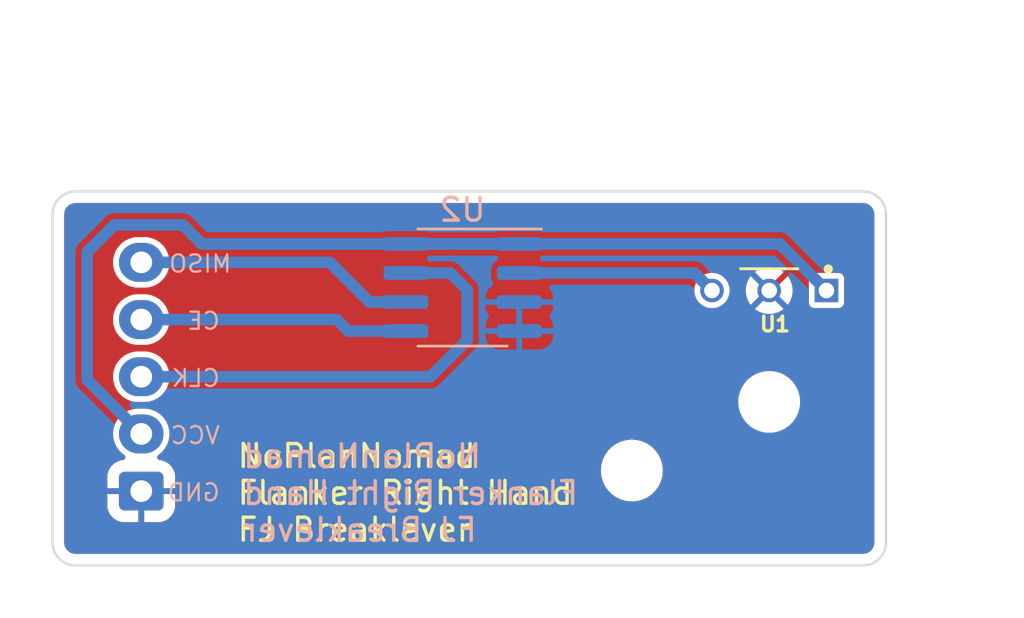
<source format=kicad_pcb>
(kicad_pcb (version 20221018) (generator pcbnew)
  (layers (0 "F.Cu" signal) (31 "B.Cu" signal) (34 "B.Paste" user) (35 "F.Paste" user) (36 "B.SilkS" user "B.Silkscreen") (37 "F.SilkS" user "F.Silkscreen") (38 "B.Mask" user) (39 "F.Mask" user) (44 "Edge.Cuts" user))
  (net 0 "")
  (net 1 "+5V")
  (net 2 "CLK")
  (net 3 "CE")
  (net 4 "MISO")
  (net 5 "GND")
  (net 6 "Net-(U1-OUT)")
  (footprint "MyLibrary:SS49E-T2" (layer "F.Cu") (at 66.07 25.030001 180)
    (fp_text reference "U1" (at -0.248 -1.4764 180) (layer "F.SilkS") (effects (font (size 0.64 0.64))))
    (fp_text value "SS495A")
    (fp_line (start -1.25 0.95) (end 1.25 0.95) (stroke (width 0.127)) (layer "F.SilkS"))
    (fp_circle (center -2.58 0.94) (end -2.48 0.94) (stroke (width 0.2)) (fill none) (layer "F.SilkS"))
    (pad "1" thru_hole rect (at -2.5 0 180) (size 1.03 1.03) (drill 0.68) (layers "*.Cu" "*.Mask") (net 1 "+5V"))
    (pad "2" thru_hole circle (at 0 0 180) (size 1.03 1.03) (drill 0.68) (layers "*.Cu" "*.Mask") (net 5 "GND"))
    (pad "3" thru_hole circle (at 2.5 0 180) (size 1.03 1.03) (drill 0.68) (layers "*.Cu" "*.Mask") (net 6 "Net-(U1-OUT)"))
  )
  (footprint "MountingHole:MountingHole_2.2mm_M2" (layer "F.Cu") (at 60.07 32.900001)
    (fp_text reference "M1" hide)
    (fp_text value "MountingHole_2.2mm_M2")
    (pad "" np_thru_hole circle (at 0 0) (size 2.2 2.2) (drill 2.2) (layers "*.Cu" "*.Mask"))
  )
  (footprint "MountingHole:MountingHole_2.2mm_M2" (layer "F.Cu") (at 66.07 29.900001)
    (fp_text reference "M2" hide)
    (fp_text value "MountingHole_2.2mm_M2")
    (pad "" np_thru_hole circle (at 0 0) (size 2.2 2.2) (drill 2.2) (layers "*.Cu" "*.Mask"))
  )
  (footprint "Connector_JST:JST_XH_B5B-XH-A_1x05_P2.50mm_Vertical" (layer "F.Cu") (at 38.64 33.8 90)
    (fp_text reference "J1" hide)
    (fp_text value "Conn_01x05")
    (fp_text user "CE" (at 7 3.5 unlocked) (layer "B.SilkS") (effects (font (size 0.75 0.75) (thickness 0.1)) (justify left bottom mirror)))
    (fp_text user "MISO" (at 9.5 4 unlocked) (layer "B.SilkS") (effects (font (size 0.75 0.75) (thickness 0.1)) (justify left bottom mirror)))
    (fp_text user "GND" (at -0.5 3.5 unlocked) (layer "B.SilkS") (effects (font (size 0.75 0.75) (thickness 0.1)) (justify left bottom mirror)))
    (fp_text user "CLK" (at 4.5 3.5 unlocked) (layer "B.SilkS") (effects (font (size 0.75 0.75) (thickness 0.1)) (justify left bottom mirror)))
    (fp_text user "VCC" (at 2 3.5 unlocked) (layer "B.SilkS") (effects (font (size 0.75 0.75) (thickness 0.1)) (justify left bottom mirror)))
    (pad "1" thru_hole roundrect (at 0 0 90) (size 1.7 1.95) (drill 0.95) (layers "*.Cu" "*.Mask") (roundrect_rratio 0.1470588235) (net 5 "GND"))
    (pad "2" thru_hole oval (at 2.5 0 90) (size 1.7 1.95) (drill 0.95) (layers "*.Cu" "*.Mask") (net 1 "+5V"))
    (pad "3" thru_hole oval (at 5 0 90) (size 1.7 1.95) (drill 0.95) (layers "*.Cu" "*.Mask") (net 2 "CLK"))
    (pad "4" thru_hole oval (at 7.5 0 90) (size 1.7 1.95) (drill 0.95) (layers "*.Cu" "*.Mask") (net 3 "CE"))
    (pad "5" thru_hole oval (at 10 0 90) (size 1.7 1.95) (drill 0.95) (layers "*.Cu" "*.Mask") (net 4 "MISO"))
  )
  (footprint "Package_SO:SOIC-8_3.9x4.9mm_P1.27mm" (layer "B.Cu") (at 52.675 24.9 180)
    (fp_text reference "U2" (at 0 3.4) (layer "B.SilkS") (effects (justify mirror)))
    (fp_text value "MCP3201")
    (fp_line (start 0 -2.56) (end -1.95 -2.56) (stroke (width 0.12)) (layer "B.SilkS"))
    (fp_line (start 0 -2.56) (end 1.95 -2.56) (stroke (width 0.12)) (layer "B.SilkS"))
    (fp_line (start 0 2.56) (end -3.45 2.56) (stroke (width 0.12)) (layer "B.SilkS"))
    (fp_line (start 0 2.56) (end 1.95 2.56) (stroke (width 0.12)) (layer "B.SilkS"))
    (pad "1" smd roundrect (at -2.475 1.905 180) (size 1.95 0.6) (layers "B.Cu" "B.Paste" "B.Mask") (net 1 "+5V"))
    (pad "2" smd roundrect (at -2.475 0.635 180) (size 1.95 0.6) (layers "B.Cu" "B.Paste" "B.Mask") (net 6 "Net-(U1-OUT)"))
    (pad "3" smd roundrect (at -2.475 -0.635 180) (size 1.95 0.6) (layers "B.Cu" "B.Paste" "B.Mask") (net 5 "GND"))
    (pad "4" smd roundrect (at -2.475 -1.905 180) (size 1.95 0.6) (layers "B.Cu" "B.Paste" "B.Mask") (net 5 "GND"))
    (pad "5" smd roundrect (at 2.475 -1.905 180) (size 1.95 0.6) (layers "B.Cu" "B.Paste" "B.Mask") (net 3 "CE"))
    (pad "6" smd roundrect (at 2.475 -0.635 180) (size 1.95 0.6) (layers "B.Cu" "B.Paste" "B.Mask") (net 4 "MISO"))
    (pad "7" smd roundrect (at 2.475 0.635 180) (size 1.95 0.6) (layers "B.Cu" "B.Paste" "B.Mask") (net 2 "CLK"))
    (pad "8" smd roundrect (at 2.475 1.905 180) (size 1.95 0.6) (layers "B.Cu" "B.Paste" "B.Mask") (net 1 "+5V"))
  )
  (gr_line (start 70.17 37.05) (end 35.765 37.05) (stroke (width 0.1)) (layer "Edge.Cuts"))
  (gr_arc (start 70.17 20.7) (mid 70.877107 20.992893) (end 71.17 21.7) (stroke (width 0.1)) (layer "Edge.Cuts"))
  (gr_line (start 35.765 20.7) (end 70.17 20.7) (stroke (width 0.1)) (layer "Edge.Cuts"))
  (gr_arc (start 34.765 21.7) (mid 35.057893 20.992893) (end 35.765 20.7) (stroke (width 0.1)) (layer "Edge.Cuts"))
  (gr_arc (start 35.765 37.05) (mid 35.057893 36.757107) (end 34.765 36.05) (stroke (width 0.1)) (layer "Edge.Cuts"))
  (gr_line (start 71.17 21.7) (end 71.17 36.05) (stroke (width 0.1)) (layer "Edge.Cuts"))
  (gr_arc (start 71.17 36.05) (mid 70.877107 36.757107) (end 70.17 37.05) (stroke (width 0.1)) (layer "Edge.Cuts"))
  (gr_line (start 34.765 21.7) (end 34.765 36.05) (stroke (width 0.1)) (layer "Edge.Cuts"))
  (gr_text "NoPlanNomad\nFlanker Right Hand\nFJ Breaklever\n" (at 43 36.08) (layer "B.SilkS") (effects (font (size 1 1)) (justify right bottom mirror)))
  (gr_text "NoPlanNomad\nFlanker Right Hand\nFJ Breaklever\n" (at 42.76 36.07) (layer "F.SilkS") (effects (font (size 1 1)) (justify left bottom)))
  (segment (start 41.29 22.995) (end 40.455 22.16) (width 0.508) (layer "B.Cu") (net 1))
  (segment (start 68.57 25.030001) (end 66.534999 22.995) (width 0.508) (layer "B.Cu") (net 1))
  (segment (start 54.575 22.995) (end 41.29 22.995) (width 0.508) (layer "B.Cu") (net 1))
  (segment (start 36.275 28.935) (end 38.64 31.3) (width 0.508) (layer "B.Cu") (net 1))
  (segment (start 40.455 22.16) (end 37.465 22.16) (width 0.508) (layer "B.Cu") (net 1))
  (segment (start 66.534999 22.995) (end 55.4 22.995) (width 0.508) (layer "B.Cu") (net 1))
  (segment (start 36.275 23.35) (end 36.275 28.935) (width 0.508) (layer "B.Cu") (net 1))
  (segment (start 55.4 22.995) (end 49.95 22.995) (width 0.508) (layer "B.Cu") (net 1))
  (segment (start 37.465 22.16) (end 36.275 23.35) (width 0.508) (layer "B.Cu") (net 1))
  (segment (start 52.14 24.265) (end 49.95 24.265) (width 0.508) (layer "B.Cu") (net 2))
  (segment (start 52.875 27.2) (end 52.875 25) (width 0.508) (layer "B.Cu") (net 2))
  (segment (start 52.875 25) (end 52.14 24.265) (width 0.508) (layer "B.Cu") (net 2))
  (segment (start 38.64 28.8) (end 51.275 28.8) (width 0.508) (layer "B.Cu") (net 2))
  (segment (start 51.275 28.8) (end 52.875 27.2) (width 0.508) (layer "B.Cu") (net 2))
  (segment (start 47.175 26.3) (end 38.64 26.3) (width 0.508) (layer "B.Cu") (net 3))
  (segment (start 49.95 26.805) (end 47.68 26.805) (width 0.508) (layer "B.Cu") (net 3))
  (segment (start 47.68 26.805) (end 47.175 26.3) (width 0.508) (layer "B.Cu") (net 3))
  (segment (start 38.64 23.8) (end 46.875 23.8) (width 0.508) (layer "B.Cu") (net 4))
  (segment (start 49.95 25.535) (end 48.61 25.535) (width 0.508) (layer "B.Cu") (net 4))
  (segment (start 48.61 25.535) (end 46.875 23.8) (width 0.508) (layer "B.Cu") (net 4))
  (segment (start 62.804999 24.265) (end 63.57 25.030001) (width 0.508) (layer "B.Cu") (net 6))
  (segment (start 55.4 24.265) (end 62.804999 24.265) (width 0.508) (layer "B.Cu") (net 6))
  (zone (net 5) (net_name "GND") (layers "F&B.Cu") (connect_pads (clearance 0.254)) (min_thickness 0.254) (fill yes (thermal_gap 0.508) (thermal_bridge_width 0.254))
    (polygon (pts (xy 77.21 39.16) (xy 32.47 38.31) (xy 32.55 12.33) (xy 77.22 13.01)))
  )
)
</source>
